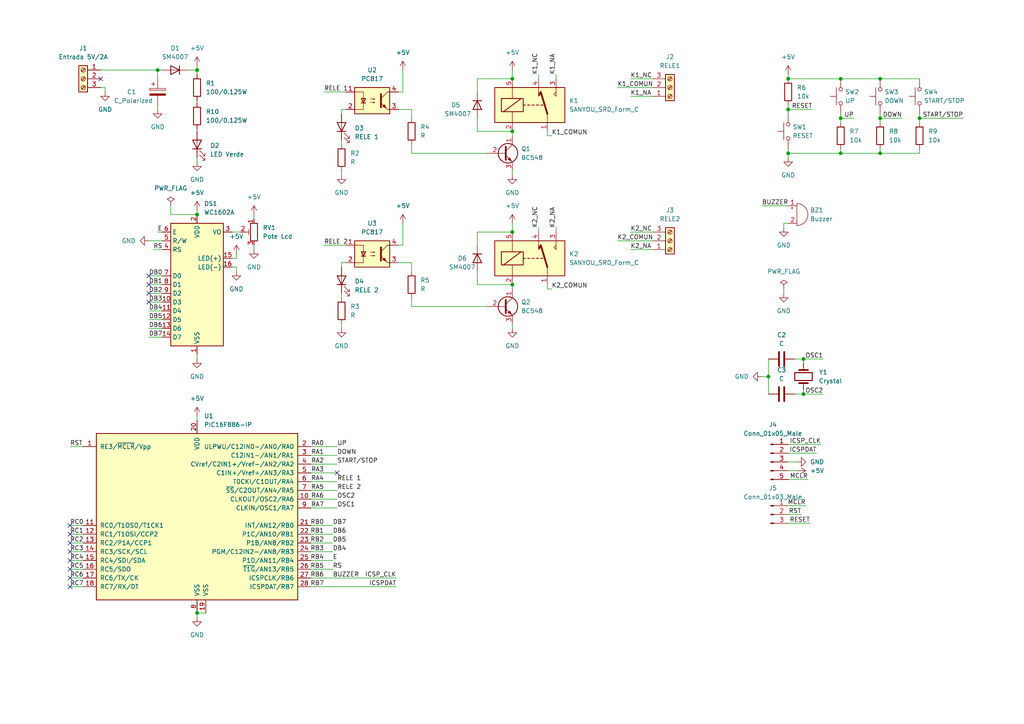
<source format=kicad_sch>
(kicad_sch (version 20211123) (generator eeschema)
  (paper "A4")
  (lib_symbols
    (symbol "Connector:Conn_01x03_Male" (pin_names (offset 1.016) hide)
      (property "Reference" "J" (at 0 5.08 0))
      (property "Value" "Conn_01x03_Male" (at 0 -5.08 0))
      (symbol "Conn_01x03_Male_1_1"
        (polyline (pts (xy 1.27 -2.54) (xy 0.8636 -2.54)) (stroke (width 0.1524)))
        (polyline (pts (xy 1.27 0) (xy 0.8636 0)) (stroke (width 0.1524)))
        (polyline (pts (xy 1.27 2.54) (xy 0.8636 2.54)) (stroke (width 0.1524)))
        (rectangle (start 0.8636 -2.413) (end 0 -2.667) (stroke (width 0.1524)) (fill (type outline)))
        (rectangle (start 0.8636 0.127) (end 0 -0.127) (stroke (width 0.1524)) (fill (type outline)))
        (rectangle (start 0.8636 2.667) (end 0 2.413) (stroke (width 0.1524)) (fill (type outline)))
        (pin passive line (at 5.08 2.54 180) (length 3.81) (name "Pin_1") (number "1"))
        (pin passive line (at 5.08 0 180) (length 3.81) (name "Pin_2") (number "2"))
        (pin passive line (at 5.08 -2.54 180) (length 3.81) (name "Pin_3") (number "3"))
      )
    )
    (symbol "Connector:Conn_01x05_Male" (pin_names (offset 1.016) hide)
      (property "Reference" "J" (at 0 7.62 0))
      (property "Value" "Conn_01x05_Male" (at 0 -7.62 0))
      (symbol "Conn_01x05_Male_1_1"
        (polyline (pts (xy 1.27 -5.08) (xy 0.8636 -5.08)) (stroke (width 0.1524)))
        (polyline (pts (xy 1.27 -2.54) (xy 0.8636 -2.54)) (stroke (width 0.1524)))
        (polyline (pts (xy 1.27 0) (xy 0.8636 0)) (stroke (width 0.1524)))
        (polyline (pts (xy 1.27 2.54) (xy 0.8636 2.54)) (stroke (width 0.1524)))
        (polyline (pts (xy 1.27 5.08) (xy 0.8636 5.08)) (stroke (width 0.1524)))
        (rectangle (start 0.8636 -4.953) (end 0 -5.207) (stroke (width 0.1524)) (fill (type outline)))
        (rectangle (start 0.8636 -2.413) (end 0 -2.667) (stroke (width 0.1524)) (fill (type outline)))
        (rectangle (start 0.8636 0.127) (end 0 -0.127) (stroke (width 0.1524)) (fill (type outline)))
        (rectangle (start 0.8636 2.667) (end 0 2.413) (stroke (width 0.1524)) (fill (type outline)))
        (rectangle (start 0.8636 5.207) (end 0 4.953) (stroke (width 0.1524)) (fill (type outline)))
        (pin passive line (at 5.08 5.08 180) (length 3.81) (name "Pin_1") (number "1"))
        (pin passive line (at 5.08 2.54 180) (length 3.81) (name "Pin_2") (number "2"))
        (pin passive line (at 5.08 0 180) (length 3.81) (name "Pin_3") (number "3"))
        (pin passive line (at 5.08 -2.54 180) (length 3.81) (name "Pin_4") (number "4"))
        (pin passive line (at 5.08 -5.08 180) (length 3.81) (name "Pin_5") (number "5"))
      )
    )
    (symbol "Connector:Screw_Terminal_01x03" (pin_names (offset 1.016) hide)
      (property "Reference" "J" (at 0 5.08 0))
      (property "Value" "Screw_Terminal_01x03" (at 0 -5.08 0))
      (symbol "Screw_Terminal_01x03_1_1"
        (rectangle (start -1.27 3.81) (end 1.27 -3.81) (stroke (width 0.254)) (fill (type background)))
        (circle (center 0 -2.54) (radius 0.635) (stroke (width 0.1524)))
        (polyline (pts (xy -0.5334 -2.2098) (xy 0.3302 -3.048)) (stroke (width 0.1524)))
        (polyline (pts (xy -0.5334 0.3302) (xy 0.3302 -0.508)) (stroke (width 0.1524)))
        (polyline (pts (xy -0.5334 2.8702) (xy 0.3302 2.032)) (stroke (width 0.1524)))
        (polyline (pts (xy -0.3556 -2.032) (xy 0.508 -2.8702)) (stroke (width 0.1524)))
        (polyline (pts (xy -0.3556 0.508) (xy 0.508 -0.3302)) (stroke (width 0.1524)))
        (polyline (pts (xy -0.3556 3.048) (xy 0.508 2.2098)) (stroke (width 0.1524)))
        (circle (center 0 0) (radius 0.635) (stroke (width 0.1524)))
        (circle (center 0 2.54) (radius 0.635) (stroke (width 0.1524)))
        (pin passive line (at -5.08 2.54 0) (length 3.81) (name "Pin_1") (number "1"))
        (pin passive line (at -5.08 0 0) (length 3.81) (name "Pin_2") (number "2"))
        (pin passive line (at -5.08 -2.54 0) (length 3.81) (name "Pin_3") (number "3"))
      )
    )
    (symbol "Device:Buzzer" (pin_names (offset 0.0254) hide)
      (property "Reference" "BZ" (at 3.81 1.27 0))
      (property "Value" "Buzzer" (at 3.81 -1.27 0))
      (symbol "Buzzer_0_1"
        (arc (start 0 -3.175) (mid 3.175 0) (end 0 3.175))
        (polyline (pts (xy -1.651 1.905) (xy -1.143 1.905)))
        (polyline (pts (xy -1.397 2.159) (xy -1.397 1.651)))
        (polyline (pts (xy 0 3.175) (xy 0 -3.175)))
      )
      (symbol "Buzzer_1_1"
        (pin passive line (at -2.54 2.54 0) (length 2.54) (name "-") (number "1"))
        (pin passive line (at -2.54 -2.54 0) (length 2.54) (name "+") (number "2"))
      )
    )
    (symbol "Device:C" (pin_numbers hide) (pin_names (offset 0.254))
      (property "Reference" "C" (at 0.635 2.54 0))
      (property "Value" "C" (at 0.635 -2.54 0))
      (symbol "C_0_1"
        (polyline (pts (xy -2.032 -0.762) (xy 2.032 -0.762)) (stroke (width 0.508)))
        (polyline (pts (xy -2.032 0.762) (xy 2.032 0.762)) (stroke (width 0.508)))
      )
      (symbol "C_1_1"
        (pin passive line (at 0 3.81 270) (length 2.794) (name "~") (number "1"))
        (pin passive line (at 0 -3.81 90) (length 2.794) (name "~") (number "2"))
      )
    )
    (symbol "Device:C_Polarized" (pin_numbers hide) (pin_names (offset 0.254))
      (property "Reference" "C" (at 0.635 2.54 0))
      (property "Value" "C_Polarized" (at 0.635 -2.54 0))
      (symbol "C_Polarized_0_1"
        (rectangle (start -2.286 0.508) (end 2.286 1.016))
        (polyline (pts (xy -1.778 2.286) (xy -0.762 2.286)))
        (polyline (pts (xy -1.27 2.794) (xy -1.27 1.778)))
        (rectangle (start 2.286 -0.508) (end -2.286 -1.016) (fill (type outline)))
      )
      (symbol "C_Polarized_1_1"
        (pin passive line (at 0 3.81 270) (length 2.794) (name "~") (number "1"))
        (pin passive line (at 0 -3.81 90) (length 2.794) (name "~") (number "2"))
      )
    )
    (symbol "Device:Crystal" (pin_numbers hide) (pin_names (offset 1.016) hide)
      (property "Reference" "Y" (at 0 3.81 0))
      (property "Value" "Crystal" (at 0 -3.81 0))
      (symbol "Crystal_0_1"
        (rectangle (start -1.143 2.54) (end 1.143 -2.54) (stroke (width 0.3048)))
        (polyline (pts (xy -2.54 0) (xy -1.905 0)))
        (polyline (pts (xy -1.905 -1.27) (xy -1.905 1.27)) (stroke (width 0.508)))
        (polyline (pts (xy 1.905 -1.27) (xy 1.905 1.27)) (stroke (width 0.508)))
        (polyline (pts (xy 2.54 0) (xy 1.905 0)))
      )
      (symbol "Crystal_1_1"
        (pin passive line (at -3.81 0 0) (length 1.27) (name "1") (number "1"))
        (pin passive line (at 3.81 0 180) (length 1.27) (name "2") (number "2"))
      )
    )
    (symbol "Device:LED" (pin_numbers hide) (pin_names (offset 1.016) hide)
      (property "Reference" "D" (at 0 2.54 0))
      (property "Value" "LED" (at 0 -2.54 0))
      (symbol "LED_0_1"
        (polyline (pts (xy -1.27 -1.27) (xy -1.27 1.27)) (stroke (width 0.254)))
        (polyline (pts (xy -1.27 0) (xy 1.27 0)))
        (polyline (pts (xy 1.27 -1.27) (xy 1.27 1.27) (xy -1.27 0) (xy 1.27 -1.27)) (stroke (width 0.254)))
        (polyline (pts (xy -3.048 -0.762) (xy -4.572 -2.286) (xy -3.81 -2.286) (xy -4.572 -2.286) (xy -4.572 -1.524)))
        (polyline (pts (xy -1.778 -0.762) (xy -3.302 -2.286) (xy -2.54 -2.286) (xy -3.302 -2.286) (xy -3.302 -1.524)))
      )
      (symbol "LED_1_1"
        (pin passive line (at -3.81 0 0) (length 2.54) (name "K") (number "1"))
        (pin passive line (at 3.81 0 180) (length 2.54) (name "A") (number "2"))
      )
    )
    (symbol "Device:R" (pin_numbers hide) (pin_names (offset 0))
      (property "Reference" "R" (at 2.032 0 90))
      (property "Value" "R" (at 0 0 90))
      (symbol "R_0_1"
        (rectangle (start -1.016 -2.54) (end 1.016 2.54) (stroke (width 0.254)))
      )
      (symbol "R_1_1"
        (pin passive line (at 0 3.81 270) (length 1.27) (name "~") (number "1"))
        (pin passive line (at 0 -3.81 90) (length 1.27) (name "~") (number "2"))
      )
    )
    (symbol "Device:R_Potentiometer_Trim" (pin_names (offset 1.016) hide)
      (property "Reference" "RV" (at -4.445 0 90))
      (property "Value" "R_Potentiometer_Trim" (at -2.54 0 90))
      (symbol "R_Potentiometer_Trim_0_1"
        (polyline (pts (xy 1.524 0.762) (xy 1.524 -0.762)))
        (polyline (pts (xy 2.54 0) (xy 1.524 0)))
        (rectangle (start 1.016 2.54) (end -1.016 -2.54) (stroke (width 0.254)))
      )
      (symbol "R_Potentiometer_Trim_1_1"
        (pin passive line (at 0 3.81 270) (length 1.27) (name "1") (number "1"))
        (pin passive line (at 3.81 0 180) (length 1.27) (name "2") (number "2"))
        (pin passive line (at 0 -3.81 90) (length 1.27) (name "3") (number "3"))
      )
    )
    (symbol "Diode:SM4007" (pin_numbers hide) (pin_names (offset 1.016) hide)
      (property "Reference" "D" (at 0 2.54 0))
      (property "Value" "SM4007" (at 0 -2.54 0))
      (symbol "SM4007_0_1"
        (polyline (pts (xy -1.27 1.27) (xy -1.27 -1.27)) (stroke (width 0.254)))
        (polyline (pts (xy 1.27 0) (xy -1.27 0)))
        (polyline (pts (xy 1.27 1.27) (xy 1.27 -1.27) (xy -1.27 0) (xy 1.27 1.27)) (stroke (width 0.254)))
      )
      (symbol "SM4007_1_1"
        (pin passive line (at -3.81 0 0) (length 2.54) (name "K") (number "1"))
        (pin passive line (at 3.81 0 180) (length 2.54) (name "A") (number "2"))
      )
    )
    (symbol "Display_Character:WC1602A"
      (property "Reference" "DS" (at -5.842 19.05 0))
      (property "Value" "WC1602A" (at 5.334 19.05 0))
      (symbol "WC1602A_1_1"
        (rectangle (start -7.62 17.78) (end 7.62 -17.78) (stroke (width 0.254)) (fill (type background)))
        (pin power_in line (at 0 -20.32 90) (length 2.54) (name "VSS") (number "1"))
        (pin input line (at -10.16 -5.08 0) (length 2.54) (name "D3") (number "10"))
        (pin input line (at -10.16 -7.62 0) (length 2.54) (name "D4") (number "11"))
        (pin input line (at -10.16 -10.16 0) (length 2.54) (name "D5") (number "12"))
        (pin input line (at -10.16 -12.7 0) (length 2.54) (name "D6") (number "13"))
        (pin input line (at -10.16 -15.24 0) (length 2.54) (name "D7") (number "14"))
        (pin power_in line (at 10.16 7.62 180) (length 2.54) (name "LED(+)") (number "15"))
        (pin power_in line (at 10.16 5.08 180) (length 2.54) (name "LED(-)") (number "16"))
        (pin power_in line (at 0 20.32 270) (length 2.54) (name "VDD") (number "2"))
        (pin input line (at 10.16 15.24 180) (length 2.54) (name "VO") (number "3"))
        (pin input line (at -10.16 10.16 0) (length 2.54) (name "RS") (number "4"))
        (pin input line (at -10.16 12.7 0) (length 2.54) (name "R/W") (number "5"))
        (pin input line (at -10.16 15.24 0) (length 2.54) (name "E") (number "6"))
        (pin input line (at -10.16 2.54 0) (length 2.54) (name "D0") (number "7"))
        (pin input line (at -10.16 0 0) (length 2.54) (name "D1") (number "8"))
        (pin input line (at -10.16 -2.54 0) (length 2.54) (name "D2") (number "9"))
      )
    )
    (symbol "Isolator:PC817" (pin_names (offset 1.016))
      (property "Reference" "U" (at -5.08 5.08 0))
      (property "Value" "PC817" (at 0 5.08 0))
      (symbol "PC817_0_1"
        (rectangle (start -5.08 3.81) (end 5.08 -3.81) (stroke (width 0.254)) (fill (type background)))
        (polyline (pts (xy -3.175 -0.635) (xy -1.905 -0.635)) (stroke (width 0.254)))
        (polyline (pts (xy 2.54 0.635) (xy 4.445 2.54)))
        (polyline (pts (xy 4.445 -2.54) (xy 2.54 -0.635)) (fill (type outline)))
        (polyline (pts (xy 4.445 -2.54) (xy 5.08 -2.54)))
        (polyline (pts (xy 4.445 2.54) (xy 5.08 2.54)))
        (polyline (pts (xy -5.08 2.54) (xy -2.54 2.54) (xy -2.54 -0.635)))
        (polyline (pts (xy -2.54 -0.635) (xy -2.54 -2.54) (xy -5.08 -2.54)))
        (polyline (pts (xy 2.54 1.905) (xy 2.54 -1.905) (xy 2.54 -1.905)) (stroke (width 0.508)))
        (polyline (pts (xy -2.54 -0.635) (xy -3.175 0.635) (xy -1.905 0.635) (xy -2.54 -0.635)) (stroke (width 0.254)))
        (polyline (pts (xy -0.508 -0.508) (xy 0.762 -0.508) (xy 0.381 -0.635) (xy 0.381 -0.381) (xy 0.762 -0.508)))
        (polyline (pts (xy -0.508 0.508) (xy 0.762 0.508) (xy 0.381 0.381) (xy 0.381 0.635) (xy 0.762 0.508)))
        (polyline (pts (xy 3.048 -1.651) (xy 3.556 -1.143) (xy 4.064 -2.159) (xy 3.048 -1.651) (xy 3.048 -1.651)) (fill (type outline)))
      )
      (symbol "PC817_1_1"
        (pin passive line (at -7.62 2.54 0) (length 2.54) (name "~") (number "1"))
        (pin passive line (at -7.62 -2.54 0) (length 2.54) (name "~") (number "2"))
        (pin passive line (at 7.62 -2.54 180) (length 2.54) (name "~") (number "3"))
        (pin passive line (at 7.62 2.54 180) (length 2.54) (name "~") (number "4"))
      )
    )
    (symbol "MCU_Microchip_PIC16:PIC16F886-IP" (pin_names (offset 1.016))
      (property "Reference" "U" (at 13.97 27.94 0))
      (property "Value" "PIC16F886-IP" (at 13.97 25.4 0))
      (symbol "PIC16F886-IP_0_1"
        (rectangle (start -29.21 24.13) (end 29.21 -24.13) (stroke (width 0.254)) (fill (type background)))
      )
      (symbol "PIC16F886-IP_1_1"
        (pin bidirectional line (at -33.02 20.32 0) (length 3.81) (name "RE3/~{MCLR}/Vpp") (number "1"))
        (pin bidirectional line (at 33.02 5.08 180) (length 3.81) (name "CLKOUT/OSC2/RA6") (number "10"))
        (pin bidirectional line (at -33.02 -2.54 0) (length 3.81) (name "RC0/T1OSO/T1CK1") (number "11"))
        (pin bidirectional line (at -33.02 -5.08 0) (length 3.81) (name "RC1/T1OSI/CCP2") (number "12"))
        (pin bidirectional line (at -33.02 -7.62 0) (length 3.81) (name "RC2/P1A/CCP1") (number "13"))
        (pin bidirectional line (at -33.02 -10.16 0) (length 3.81) (name "RC3/SCK/SCL") (number "14"))
        (pin bidirectional line (at -33.02 -12.7 0) (length 3.81) (name "RC4/SDI/SDA") (number "15"))
        (pin bidirectional line (at -33.02 -15.24 0) (length 3.81) (name "RC5/SDO") (number "16"))
        (pin bidirectional line (at -33.02 -17.78 0) (length 3.81) (name "RC6/TX/CK") (number "17"))
        (pin bidirectional line (at -33.02 -20.32 0) (length 3.81) (name "RC7/RX/DT") (number "18"))
        (pin power_in line (at 2.54 -27.94 90) (length 3.81) (name "VSS") (number "19"))
        (pin bidirectional line (at 33.02 20.32 180) (length 3.81) (name "ULPWU/C12IN0-/AN0/RA0") (number "2"))
        (pin power_in line (at 0 27.94 270) (length 3.81) (name "VDD") (number "20"))
        (pin bidirectional line (at 33.02 -2.54 180) (length 3.81) (name "INT/AN12/RB0") (number "21"))
        (pin bidirectional line (at 33.02 -5.08 180) (length 3.81) (name "P1C/AN10/RB1") (number "22"))
        (pin bidirectional line (at 33.02 -7.62 180) (length 3.81) (name "P1B/AN8/RB2") (number "23"))
        (pin bidirectional line (at 33.02 -10.16 180) (length 3.81) (name "PGM/C12IN2-/AN8/RB3") (number "24"))
        (pin bidirectional line (at 33.02 -12.7 180) (length 3.81) (name "P1D/AN11/RB4") (number "25"))
        (pin bidirectional line (at 33.02 -15.24 180) (length 3.81) (name "~{T1G}/AN13/RB5") (number "26"))
        (pin bidirectional line (at 33.02 -17.78 180) (length 3.81) (name "ICSPCLK/RB6") (number "27"))
        (pin bidirectional line (at 33.02 -20.32 180) (length 3.81) (name "ICSPDAT/RB7") (number "28"))
        (pin bidirectional line (at 33.02 17.78 180) (length 3.81) (name "C12IN1-/AN1/RA1") (number "3"))
        (pin bidirectional line (at 33.02 15.24 180) (length 3.81) (name "CVref/C2IN1+/Vref-/AN2/RA2") (number "4"))
        (pin bidirectional line (at 33.02 12.7 180) (length 3.81) (name "C1IN+/Vref+/AN3/RA3") (number "5"))
        (pin bidirectional line (at 33.02 10.16 180) (length 3.81) (name "T0CKI/C1OUT/RA4") (number "6"))
        (pin bidirectional line (at 33.02 7.62 180) (length 3.81) (name "~{SS}/C2OUT/AN4/RA5") (number "7"))
        (pin power_in line (at 0 -27.94 90) (length 3.81) (name "VSS") (number "8"))
        (pin input line (at 33.02 2.54 180) (length 3.81) (name "CLKIN/OSC1/RA7") (number "9"))
      )
    )
    (symbol "Relay:SANYOU_SRD_Form_C"
      (property "Reference" "K" (at 11.43 3.81 0))
      (property "Value" "SANYOU_SRD_Form_C" (at 11.43 1.27 0))
      (symbol "SANYOU_SRD_Form_C_0_0"
        (polyline (pts (xy 7.62 5.08) (xy 7.62 2.54) (xy 6.985 3.175) (xy 7.62 3.81)))
      )
      (symbol "SANYOU_SRD_Form_C_0_1"
        (rectangle (start -10.16 5.08) (end 10.16 -5.08) (stroke (width 0.254)) (fill (type background)))
        (rectangle (start -8.255 1.905) (end -1.905 -1.905) (stroke (width 0.254)))
        (polyline (pts (xy -7.62 -1.905) (xy -2.54 1.905)) (stroke (width 0.254)))
        (polyline (pts (xy -5.08 -5.08) (xy -5.08 -1.905)))
        (polyline (pts (xy -5.08 5.08) (xy -5.08 1.905)))
        (polyline (pts (xy -1.905 0) (xy -1.27 0)) (stroke (width 0.254)))
        (polyline (pts (xy -0.635 0) (xy 0 0)) (stroke (width 0.254)))
        (polyline (pts (xy 0.635 0) (xy 1.27 0)) (stroke (width 0.254)))
        (polyline (pts (xy 1.905 0) (xy 2.54 0)) (stroke (width 0.254)))
        (polyline (pts (xy 3.175 0) (xy 3.81 0)) (stroke (width 0.254)))
        (polyline (pts (xy 5.08 -2.54) (xy 3.175 3.81)) (stroke (width 0.508)))
        (polyline (pts (xy 5.08 -2.54) (xy 5.08 -5.08)))
      )
      (symbol "SANYOU_SRD_Form_C_1_1"
        (polyline (pts (xy 2.54 3.81) (xy 3.175 3.175) (xy 2.54 2.54) (xy 2.54 5.08)) (fill (type outline)))
        (pin passive line (at 5.08 -7.62 90) (length 2.54) (name "~") (number "1"))
        (pin passive line (at -5.08 -7.62 90) (length 2.54) (name "~") (number "2"))
        (pin passive line (at 7.62 7.62 270) (length 2.54) (name "~") (number "3"))
        (pin passive line (at 2.54 7.62 270) (length 2.54) (name "~") (number "4"))
        (pin passive line (at -5.08 7.62 270) (length 2.54) (name "~") (number "5"))
      )
    )
    (symbol "Switch:SW_Push" (pin_numbers hide) (pin_names (offset 1.016) hide)
      (property "Reference" "SW" (at 1.27 2.54 0))
      (property "Value" "SW_Push" (at 0 -1.524 0))
      (symbol "SW_Push_0_1"
        (circle (center -2.032 0) (radius 0.508))
        (polyline (pts (xy 0 1.27) (xy 0 3.048)))
        (polyline (pts (xy 2.54 1.27) (xy -2.54 1.27)))
        (circle (center 2.032 0) (radius 0.508))
        (pin passive line (at -5.08 0 0) (length 2.54) (name "1") (number "1"))
        (pin passive line (at 5.08 0 180) (length 2.54) (name "2") (number "2"))
      )
    )
    (symbol "Transistor_BJT:BC548" (pin_names (offset 0) hide)
      (property "Reference" "Q" (at 5.08 1.905 0))
      (property "Value" "BC548" (at 5.08 0 0))
      (symbol "BC548_0_1"
        (polyline (pts (xy 0 0) (xy 0.635 0)))
        (polyline (pts (xy 0.635 0.635) (xy 2.54 2.54)))
        (polyline (pts (xy 0.635 -0.635) (xy 2.54 -2.54) (xy 2.54 -2.54)))
        (polyline (pts (xy 0.635 1.905) (xy 0.635 -1.905) (xy 0.635 -1.905)) (stroke (width 0.508)))
        (polyline (pts (xy 1.27 -1.778) (xy 1.778 -1.27) (xy 2.286 -2.286) (xy 1.27 -1.778) (xy 1.27 -1.778)) (fill (type outline)))
        (circle (center 1.27 0) (radius 2.8194) (stroke (width 0.254)))
      )
      (symbol "BC548_1_1"
        (pin passive line (at 2.54 5.08 270) (length 2.54) (name "C") (number "1"))
        (pin input line (at -5.08 0 0) (length 5.08) (name "B") (number "2"))
        (pin passive line (at 2.54 -5.08 90) (length 2.54) (name "E") (number "3"))
      )
    )
    (symbol "power:+5V" (power) (pin_names (offset 0))
      (property "Value" "+5V" (at 0 3.556 0))
      (symbol "+5V_0_1"
        (polyline (pts (xy -0.762 1.27) (xy 0 2.54)))
        (polyline (pts (xy 0 0) (xy 0 2.54)))
        (polyline (pts (xy 0 2.54) (xy 0.762 1.27)))
      )
      (symbol "+5V_1_1"
        (pin power_in line (at 0 0 90) (length 0) hide (name "+5V") (number "1"))
      )
    )
    (symbol "power:GND" (power) (pin_names (offset 0))
      (property "Value" "GND" (at 0 -3.81 0))
      (symbol "GND_0_1"
        (polyline (pts (xy 0 0) (xy 0 -1.27) (xy 1.27 -1.27) (xy 0 -2.54) (xy -1.27 -1.27) (xy 0 -1.27)))
      )
      (symbol "GND_1_1"
        (pin power_in line (at 0 0 270) (length 0) hide (name "GND") (number "1"))
      )
    )
    (symbol "power:PWR_FLAG" (power) (pin_numbers hide) (pin_names (offset 0) hide)
      (property "Value" "PWR_FLAG" (at 0 3.81 0))
      (symbol "PWR_FLAG_0_0"
        (pin power_out line (at 0 0 90) (length 0) (name "pwr") (number "1"))
      )
      (symbol "PWR_FLAG_0_1"
        (polyline (pts (xy 0 0) (xy 0 1.27) (xy -1.016 1.905) (xy 0 2.54) (xy 1.016 1.905) (xy 0 1.27)))
      )
    )
  )
  (junction (at 243.84 34.29))
  (junction (at 228.6 44.45))
  (junction (at 148.59 38.1))
  (junction (at 243.84 22.86))
  (junction (at 148.59 82.55))
  (junction (at 45.72 20.32))
  (junction (at 255.27 34.29))
  (junction (at 222.885 109.22))
  (junction (at 255.27 22.86))
  (junction (at 57.15 62.23))
  (junction (at 148.59 22.86))
  (junction (at 57.15 177.8))
  (junction (at 228.6 31.75))
  (junction (at 233.045 104.14))
  (junction (at 255.27 44.45))
  (junction (at 148.59 67.31))
  (junction (at 266.7 34.29))
  (junction (at 57.15 20.32))
  (junction (at 243.84 44.45))
  (junction (at 228.6 22.86))
  (junction (at 233.045 114.3))
  (no_connect (at 43.18 80.01))
  (no_connect (at 43.18 82.55))
  (no_connect (at 43.18 85.09))
  (no_connect (at 43.18 87.63))
  (no_connect (at 97.79 137.16))
  (no_connect (at 20.32 162.56))
  (no_connect (at 20.32 165.1))
  (no_connect (at 20.32 167.64))
  (no_connect (at 20.32 170.18))
  (no_connect (at 20.32 157.48))
  (no_connect (at 20.32 160.02))
  (no_connect (at 20.32 152.4))
  (no_connect (at 20.32 154.94))
  (no_connect (at 29.21 22.86))
  (wire (pts (xy 45.72 20.32) (xy 45.72 22.86)))
  (wire (pts (xy 43.18 80.01) (xy 46.99 80.01)))
  (wire (pts (xy 49.53 62.23) (xy 57.15 62.23)))
  (wire (pts (xy 138.43 34.29) (xy 138.43 38.1)))
  (wire (pts (xy 99.06 33.02) (xy 99.06 31.75)))
  (wire (pts (xy 20.32 165.1) (xy 24.13 165.1)))
  (wire (pts (xy 73.66 71.12) (xy 73.66 72.39)))
  (wire (pts (xy 90.17 132.08) (xy 97.79 132.08)))
  (wire (pts (xy 90.17 157.48) (xy 96.52 157.48)))
  (wire (pts (xy 116.84 26.67) (xy 115.57 26.67)))
  (wire (pts (xy 182.88 27.94) (xy 189.23 27.94)))
  (wire (pts (xy 57.15 20.32) (xy 54.61 20.32)))
  (wire (pts (xy 49.53 59.69) (xy 49.53 62.23)))
  (wire (pts (xy 90.17 162.56) (xy 96.52 162.56)))
  (wire (pts (xy 233.045 104.14) (xy 233.045 105.41)))
  (wire (pts (xy 20.32 152.4) (xy 24.13 152.4)))
  (wire (pts (xy 228.6 44.45) (xy 228.6 45.72)))
  (wire (pts (xy 161.29 66.04) (xy 161.29 67.31)))
  (wire (pts (xy 161.29 21.59) (xy 161.29 22.86)))
  (wire (pts (xy 156.21 21.59) (xy 156.21 22.86)))
  (wire (pts (xy 243.84 44.45) (xy 255.27 44.45)))
  (wire (pts (xy 148.59 20.32) (xy 148.59 22.86)))
  (wire (pts (xy 233.045 114.3) (xy 233.045 113.03)))
  (wire (pts (xy 43.18 69.85) (xy 46.99 69.85)))
  (wire (pts (xy 57.15 19.05) (xy 57.15 20.32)))
  (wire (pts (xy 233.045 114.3) (xy 238.76 114.3)))
  (wire (pts (xy 43.18 90.17) (xy 46.99 90.17)))
  (wire (pts (xy 138.43 71.12) (xy 138.43 67.31)))
  (wire (pts (xy 228.6 30.48) (xy 228.6 31.75)))
  (wire (pts (xy 30.48 25.4) (xy 29.21 25.4)))
  (wire (pts (xy 148.59 49.53) (xy 148.59 50.8)))
  (wire (pts (xy 179.07 25.4) (xy 189.23 25.4)))
  (wire (pts (xy 43.18 95.25) (xy 46.99 95.25)))
  (wire (pts (xy 45.72 67.31) (xy 46.99 67.31)))
  (wire (pts (xy 138.43 22.86) (xy 148.59 22.86)))
  (wire (pts (xy 266.7 34.29) (xy 266.7 35.56)))
  (wire (pts (xy 44.45 72.39) (xy 46.99 72.39)))
  (wire (pts (xy 90.17 137.16) (xy 97.79 137.16)))
  (wire (pts (xy 57.15 45.72) (xy 57.15 46.99)))
  (wire (pts (xy 220.98 59.69) (xy 228.6 59.69)))
  (wire (pts (xy 119.38 76.2) (xy 119.38 78.74)))
  (wire (pts (xy 228.6 131.445) (xy 236.855 131.445)))
  (wire (pts (xy 228.6 21.59) (xy 228.6 22.86)))
  (wire (pts (xy 99.06 49.53) (xy 99.06 50.8)))
  (wire (pts (xy 93.98 71.12) (xy 100.33 71.12)))
  (wire (pts (xy 255.27 34.29) (xy 261.62 34.29)))
  (wire (pts (xy 138.43 82.55) (xy 148.59 82.55)))
  (wire (pts (xy 230.505 104.14) (xy 233.045 104.14)))
  (wire (pts (xy 115.57 76.2) (xy 119.38 76.2)))
  (wire (pts (xy 228.6 149.225) (xy 232.41 149.225)))
  (wire (pts (xy 228.6 146.685) (xy 233.68 146.685)))
  (wire (pts (xy 43.18 85.09) (xy 46.99 85.09)))
  (wire (pts (xy 119.38 31.75) (xy 119.38 34.29)))
  (wire (pts (xy 99.06 77.47) (xy 99.06 76.2)))
  (wire (pts (xy 67.31 67.31) (xy 69.85 67.31)))
  (wire (pts (xy 20.32 162.56) (xy 24.13 162.56)))
  (wire (pts (xy 255.27 33.02) (xy 255.27 34.29)))
  (wire (pts (xy 148.59 82.55) (xy 148.59 83.82)))
  (wire (pts (xy 160.02 39.37) (xy 158.75 39.37)))
  (wire (pts (xy 228.6 43.18) (xy 228.6 44.45)))
  (wire (pts (xy 182.88 72.39) (xy 189.23 72.39)))
  (wire (pts (xy 116.84 20.32) (xy 116.84 26.67)))
  (wire (pts (xy 99.06 76.2) (xy 100.33 76.2)))
  (wire (pts (xy 99.06 85.09) (xy 99.06 86.36)))
  (wire (pts (xy 57.15 29.21) (xy 57.15 29.845)))
  (wire (pts (xy 156.21 66.04) (xy 156.21 67.31)))
  (wire (pts (xy 138.43 38.1) (xy 148.59 38.1)))
  (wire (pts (xy 57.15 21.59) (xy 57.15 20.32)))
  (wire (pts (xy 90.17 170.18) (xy 114.935 170.18)))
  (wire (pts (xy 255.27 43.18) (xy 255.27 44.45)))
  (wire (pts (xy 227.33 64.77) (xy 228.6 64.77)))
  (wire (pts (xy 148.59 93.98) (xy 148.59 95.25)))
  (wire (pts (xy 266.7 34.29) (xy 279.4 34.29)))
  (wire (pts (xy 158.75 83.82) (xy 158.75 82.55)))
  (wire (pts (xy 266.7 33.02) (xy 266.7 34.29)))
  (wire (pts (xy 119.38 86.36) (xy 119.38 88.9)))
  (wire (pts (xy 243.84 34.29) (xy 247.65 34.29)))
  (wire (pts (xy 228.6 128.905) (xy 238.125 128.905)))
  (wire (pts (xy 90.17 160.02) (xy 96.52 160.02)))
  (wire (pts (xy 115.57 31.75) (xy 119.38 31.75)))
  (wire (pts (xy 227.33 66.04) (xy 227.33 64.77)))
  (wire (pts (xy 20.32 154.94) (xy 24.13 154.94)))
  (wire (pts (xy 228.6 31.75) (xy 228.6 33.02)))
  (wire (pts (xy 222.885 109.22) (xy 222.885 114.3)))
  (wire (pts (xy 57.15 37.465) (xy 57.15 38.1)))
  (wire (pts (xy 90.17 154.94) (xy 96.52 154.94)))
  (wire (pts (xy 243.84 44.45) (xy 228.6 44.45)))
  (wire (pts (xy 222.885 104.14) (xy 222.885 109.22)))
  (wire (pts (xy 243.84 22.86) (xy 255.27 22.86)))
  (wire (pts (xy 255.27 44.45) (xy 266.7 44.45)))
  (wire (pts (xy 90.17 144.78) (xy 97.79 144.78)))
  (wire (pts (xy 233.045 104.14) (xy 238.76 104.14)))
  (wire (pts (xy 43.18 97.79) (xy 46.99 97.79)))
  (wire (pts (xy 228.6 151.765) (xy 234.95 151.765)))
  (wire (pts (xy 57.15 177.8) (xy 59.69 177.8)))
  (wire (pts (xy 230.505 114.3) (xy 233.045 114.3)))
  (wire (pts (xy 138.43 67.31) (xy 148.59 67.31)))
  (wire (pts (xy 20.32 157.48) (xy 24.13 157.48)))
  (wire (pts (xy 57.15 120.65) (xy 57.15 121.92)))
  (wire (pts (xy 20.32 170.18) (xy 24.13 170.18)))
  (wire (pts (xy 43.18 92.71) (xy 46.99 92.71)))
  (wire (pts (xy 227.33 83.82) (xy 227.33 85.09)))
  (wire (pts (xy 243.84 34.29) (xy 243.84 35.56)))
  (wire (pts (xy 138.43 78.74) (xy 138.43 82.55)))
  (wire (pts (xy 228.6 22.86) (xy 243.84 22.86)))
  (wire (pts (xy 45.72 30.48) (xy 45.72 31.75)))
  (wire (pts (xy 90.17 165.1) (xy 96.52 165.1)))
  (wire (pts (xy 138.43 26.67) (xy 138.43 22.86)))
  (wire (pts (xy 182.88 67.31) (xy 189.23 67.31)))
  (wire (pts (xy 228.6 139.065) (xy 234.315 139.065)))
  (wire (pts (xy 243.84 33.02) (xy 243.84 34.29)))
  (wire (pts (xy 68.58 73.66) (xy 68.58 74.93)))
  (wire (pts (xy 90.17 167.64) (xy 114.935 167.64)))
  (wire (pts (xy 182.88 22.86) (xy 189.23 22.86)))
  (wire (pts (xy 243.84 43.18) (xy 243.84 44.45)))
  (wire (pts (xy 160.02 83.82) (xy 158.75 83.82)))
  (wire (pts (xy 68.58 74.93) (xy 67.31 74.93)))
  (wire (pts (xy 20.32 160.02) (xy 24.13 160.02)))
  (wire (pts (xy 90.17 152.4) (xy 96.52 152.4)))
  (wire (pts (xy 57.15 60.96) (xy 57.15 62.23)))
  (wire (pts (xy 99.06 40.64) (xy 99.06 41.91)))
  (wire (pts (xy 140.97 44.45) (xy 119.38 44.45)))
  (wire (pts (xy 30.48 26.67) (xy 30.48 25.4)))
  (wire (pts (xy 119.38 41.91) (xy 119.38 44.45)))
  (wire (pts (xy 93.98 26.67) (xy 100.33 26.67)))
  (wire (pts (xy 158.75 39.37) (xy 158.75 38.1)))
  (wire (pts (xy 57.15 177.8) (xy 57.15 179.07)))
  (wire (pts (xy 148.59 64.77) (xy 148.59 67.31)))
  (wire (pts (xy 45.72 20.32) (xy 46.99 20.32)))
  (wire (pts (xy 140.97 88.9) (xy 119.38 88.9)))
  (wire (pts (xy 116.84 64.77) (xy 116.84 71.12)))
  (wire (pts (xy 255.27 34.29) (xy 255.27 35.56)))
  (wire (pts (xy 29.21 20.32) (xy 45.72 20.32)))
  (wire (pts (xy 266.7 43.18) (xy 266.7 44.45)))
  (wire (pts (xy 43.18 82.55) (xy 46.99 82.55)))
  (wire (pts (xy 43.18 87.63) (xy 46.99 87.63)))
  (wire (pts (xy 179.07 69.85) (xy 189.23 69.85)))
  (wire (pts (xy 20.32 167.64) (xy 24.13 167.64)))
  (wire (pts (xy 68.58 77.47) (xy 67.31 77.47)))
  (wire (pts (xy 90.17 134.62) (xy 97.79 134.62)))
  (wire (pts (xy 255.27 22.86) (xy 266.7 22.86)))
  (wire (pts (xy 73.66 62.23) (xy 73.66 63.5)))
  (wire (pts (xy 90.17 129.54) (xy 97.79 129.54)))
  (wire (pts (xy 116.84 71.12) (xy 115.57 71.12)))
  (wire (pts (xy 90.17 142.24) (xy 97.79 142.24)))
  (wire (pts (xy 90.17 139.7) (xy 97.79 139.7)))
  (wire (pts (xy 220.98 109.22) (xy 222.885 109.22)))
  (wire (pts (xy 68.58 78.74) (xy 68.58 77.47)))
  (wire (pts (xy 99.06 31.75) (xy 100.33 31.75)))
  (wire (pts (xy 228.6 136.525) (xy 231.14 136.525)))
  (wire (pts (xy 148.59 38.1) (xy 148.59 39.37)))
  (wire (pts (xy 99.06 93.98) (xy 99.06 95.25)))
  (wire (pts (xy 228.6 31.75) (xy 235.585 31.75)))
  (wire (pts (xy 57.15 102.87) (xy 57.15 104.14)))
  (wire (pts (xy 20.32 129.54) (xy 24.13 129.54)))
  (wire (pts (xy 90.17 147.32) (xy 97.79 147.32)))
  (wire (pts (xy 228.6 133.985) (xy 231.14 133.985)))
  (label "START{slash}STOP" (at 279.4 34.29 180))
  (label "BUZZER" (at 220.98 59.69 0))
  (label "RA7" (at 93.98 147.32 180))
  (label "K2_NA" (at 182.88 72.39 0))
  (label "RB5" (at 93.98 165.1 180))
  (label "K2_COMUN" (at 160.02 83.82 0))
  (label "DB7" (at 43.18 97.79 0))
  (label "RC0" (at 20.32 152.4 0))
  (label "RB7" (at 93.98 170.18 180))
  (label "RA1" (at 93.98 132.08 180))
  (label "RB6" (at 93.98 167.64 180))
  (label "K2_NC" (at 182.88 67.31 0))
  (label "ICSP_CLK" (at 238.125 128.905 180))
  (label "K2_NC" (at 156.21 66.04 90))
  (label "DB5" (at 43.18 92.71 0))
  (label "RC7" (at 20.32 170.18 0))
  (label "RB3" (at 93.98 160.02 180))
  (label "K1_COMUN" (at 179.07 25.4 0))
  (label "RC2" (at 20.32 157.48 0))
  (label "OSC2" (at 97.79 144.78 0))
  (label "K1_NC" (at 156.21 21.59 90))
  (label "DOWN" (at 261.62 34.29 180))
  (label "MCLR" (at 234.315 139.065 180))
  (label "RA0" (at 93.98 129.54 180))
  (label "RS" (at 96.52 165.1 0))
  (label "RB1" (at 93.98 154.94 180))
  (label "OSC1" (at 238.76 104.14 180))
  (label "ICSPDAT" (at 114.935 170.18 180))
  (label "RC1" (at 20.32 154.94 0))
  (label "RELE 1" (at 97.79 139.7 0))
  (label "K1_NA" (at 182.88 27.94 0))
  (label "BUZZER" (at 96.52 167.64 0))
  (label "K1_NA" (at 161.29 21.59 90))
  (label "UP" (at 247.65 34.29 180))
  (label "RESET" (at 234.95 151.765 180))
  (label "RB0" (at 93.98 152.4 180))
  (label "DB7" (at 96.52 152.4 0))
  (label "RA3" (at 93.98 137.16 180))
  (label "K2_NA" (at 161.29 66.04 90))
  (label "OSC1" (at 97.79 147.32 0))
  (label "RA6" (at 93.98 144.78 180))
  (label "K1_NC" (at 182.88 22.86 0))
  (label "RST" (at 20.32 129.54 0))
  (label "E" (at 96.52 162.56 0))
  (label "K2_COMUN" (at 179.07 69.85 0))
  (label "RESET" (at 235.585 31.75 180))
  (label "DB6" (at 96.52 154.94 0))
  (label "RELE 1" (at 93.98 26.67 0))
  (label "DB6" (at 43.18 95.25 0))
  (label "RB4" (at 93.98 162.56 180))
  (label "RC6" (at 20.32 167.64 0))
  (label "MCLR" (at 233.68 146.685 180))
  (label "K1_COMUN" (at 160.02 39.37 0))
  (label "E" (at 45.72 67.31 0))
  (label "RST" (at 232.41 149.225 180))
  (label "START{slash}STOP" (at 97.79 134.62 0))
  (label "RS" (at 44.45 72.39 0))
  (label "DB3" (at 43.18 87.63 0))
  (label "DOWN" (at 97.79 132.08 0))
  (label "OSC2" (at 238.76 114.3 180))
  (label "DB5" (at 96.52 157.48 0))
  (label "RB2" (at 93.98 157.48 180))
  (label "DB2" (at 43.18 85.09 0))
  (label "RELE 2" (at 93.98 71.12 0))
  (label "ICSPDAT" (at 236.855 131.445 180))
  (label "RC3" (at 20.32 160.02 0))
  (label "DB1" (at 43.18 82.55 0))
  (label "RA2" (at 93.98 134.62 180))
  (label "RC5" (at 20.32 165.1 0))
  (label "RELE 2" (at 97.79 142.24 0))
  (label "UP" (at 97.79 129.54 0))
  (label "DB4" (at 96.52 160.02 0))
  (label "RA4" (at 93.98 139.7 180))
  (label "ICSP_CLK" (at 114.935 167.64 180))
  (label "RC4" (at 20.32 162.56 0))
  (label "DB4" (at 43.18 90.17 0))
  (label "RA5" (at 93.98 142.24 180))
  (label "DB0" (at 43.18 80.01 0))
  (symbol (lib_id "Device:R_Potentiometer_Trim") (at 73.66 67.31 0) (mirror y) (unit 1)
    (property "Reference" "RV1" (at 76.2 66.0399 0) (effects (justify right)))
    (property "Value" "Pote Lcd" (at 76.2 68.5799 0) (effects (justify right)))
    (property "Footprint" "Potentiometer_THT:Potentiometer_Piher_PT-10-H05_Horizontal" (effects hide))
  )
  (symbol (lib_id "Isolator:PC817") (at 107.95 73.66 0) (unit 1)
    (property "Reference" "U3" (at 107.95 64.77 0))
    (property "Value" "PC817" (at 107.95 67.31 0))
    (property "Footprint" "Package_DIP:DIP-4_W7.62mm_LongPads" (effects hide))
    (property "Datasheet" "http://www.soselectronic.cz/a_info/resource/d/pc817.pdf" (effects hide))
  )
  (symbol (lib_id "Diode:SM4007") (at 138.43 74.93 270) (unit 1)
    (property "Reference" "D6" (at 132.715 74.93 90) (effects (justify left)))
    (property "Value" "SM4007" (at 130.175 77.47 90) (effects (justify left)))
    (property "Footprint" "Diode_SMD:D_MELF" (effects hide))
    (property "Datasheet" "http://cdn-reichelt.de/documents/datenblatt/A400/SMD1N400%23DIO.pdf" (effects hide))
  )
  (symbol (lib_id "power:GND") (at 57.15 179.07 0) (unit 1)
    (property "Reference" "#PWR010" (effects hide))
    (property "Value" "GND" (at 57.15 184.15 0))
  )
  (symbol (lib_id "Device:R") (at 266.7 39.37 0) (unit 1)
    (property "Reference" "R9" (at 269.24 38.0999 0) (effects (justify left)))
    (property "Value" "10k" (at 269.24 40.6399 0) (effects (justify left)))
    (property "Footprint" "Resistor_SMD:R_0805_2012Metric" (effects hide))
  )
  (symbol (lib_id "Device:R") (at 243.84 39.37 0) (unit 1)
    (property "Reference" "R7" (at 246.38 38.0999 0) (effects (justify left)))
    (property "Value" "10k" (at 246.38 40.6399 0) (effects (justify left)))
    (property "Footprint" "Resistor_SMD:R_0805_2012Metric" (effects hide))
  )
  (symbol (lib_id "power:GND") (at 227.33 85.09 0) (unit 1)
    (property "Reference" "#PWR0101" (effects hide))
    (property "Value" "GND" (at 227.33 90.17 0))
  )
  (symbol (lib_id "Device:LED") (at 99.06 36.83 90) (unit 1)
    (property "Reference" "D3" (at 102.87 37.1474 90) (effects (justify right)))
    (property "Value" "RELE 1" (at 102.87 39.6874 90) (effects (justify right)))
    (property "Footprint" "LED_THT:LED_D5.0mm" (effects hide))
  )
  (symbol (lib_id "Device:R") (at 57.15 33.655 0) (unit 1)
    (property "Reference" "R10" (at 59.69 32.3849 0) (effects (justify left)))
    (property "Value" "100/0.125W" (at 59.69 34.9249 0) (effects (justify left)))
    (property "Footprint" "Resistor_SMD:R_0805_2012Metric" (effects hide))
  )
  (symbol (lib_id "MCU_Microchip_PIC16:PIC16F886-IP") (at 57.15 149.86 0) (unit 1)
    (property "Reference" "U1" (at 59.1694 120.65 0) (effects (justify left)))
    (property "Value" "PIC16F886-IP" (at 59.1694 123.19 0) (effects (justify left)))
    (property "Footprint" "Package_DIP:DIP-28_W7.62mm_LongPads" (effects hide))
    (property "Datasheet" "http://ww1.microchip.com/downloads/en/DeviceDoc/41291D.pdf" (effects hide))
  )
  (symbol (lib_id "power:GND") (at 57.15 46.99 0) (unit 1)
    (property "Reference" "#PWR06" (effects hide))
    (property "Value" "GND" (at 57.15 52.07 0))
  )
  (symbol (lib_id "Device:LED") (at 57.15 41.91 90) (unit 1)
    (property "Reference" "D2" (at 60.96 42.2274 90) (effects (justify right)))
    (property "Value" "LED Verde" (at 60.96 44.7674 90) (effects (justify right)))
    (property "Footprint" "LED_SMD:LED_0805_2012Metric" (effects hide))
  )
  (symbol (lib_id "Switch:SW_Push") (at 255.27 27.94 90) (unit 1)
    (property "Reference" "SW3" (at 256.54 26.6699 90) (effects (justify right)))
    (property "Value" "DOWN" (at 256.54 29.2099 90) (effects (justify right)))
    (property "Footprint" "Button_Switch_THT:SW_PUSH_6mm" (effects hide))
  )
  (symbol (lib_id "power:+5V") (at 57.15 120.65 0) (unit 1)
    (property "Reference" "#PWR09" (effects hide))
    (property "Value" "+5V" (at 57.15 115.57 0))
  )
  (symbol (lib_id "Connector:Screw_Terminal_01x03") (at 24.13 22.86 0) (mirror y) (unit 1)
    (property "Reference" "J1" (at 24.13 13.97 0))
    (property "Value" "Entrada 5V/2A" (at 24.13 16.51 0))
    (property "Footprint" "Borneras:TerminalBlock_Phoenix_PT-1,5-3-5.0-H_1x03_P5.00mm_Horizontal" (effects hide))
  )
  (symbol (lib_id "power:+5V") (at 231.14 136.525 270) (unit 1)
    (property "Reference" "#PWR0104" (effects hide))
    (property "Value" "+5V" (at 234.95 136.5249 90) (effects (justify left)))
  )
  (symbol (lib_id "Switch:SW_Push") (at 266.7 27.94 90) (unit 1)
    (property "Reference" "SW4" (at 267.97 26.6699 90) (effects (justify right)))
    (property "Value" "START/STOP" (at 267.97 29.2099 90) (effects (justify right)))
    (property "Footprint" "Button_Switch_THT:SW_PUSH_6mm" (effects hide))
  )
  (symbol (lib_id "power:+5V") (at 68.58 73.66 0) (unit 1)
    (property "Reference" "#PWR011" (effects hide))
    (property "Value" "+5V" (at 68.58 68.58 0))
  )
  (symbol (lib_id "power:+5V") (at 73.66 62.23 0) (unit 1)
    (property "Reference" "#PWR013" (effects hide))
    (property "Value" "+5V" (at 73.66 57.15 0))
  )
  (symbol (lib_id "Transistor_BJT:BC548") (at 146.05 88.9 0) (unit 1)
    (property "Reference" "Q2" (at 151.13 87.6299 0) (effects (justify left)))
    (property "Value" "BC548" (at 151.13 90.1699 0) (effects (justify left)))
    (property "Footprint" "Package_TO_SOT_THT:TO-92_Inline_Wide" (effects hide))
    (property "Datasheet" "https://www.onsemi.com/pub/Collateral/BC550-D.pdf" (effects hide))
  )
  (symbol (lib_id "Switch:SW_Push") (at 243.84 27.94 90) (unit 1)
    (property "Reference" "SW2" (at 245.11 26.6699 90) (effects (justify right)))
    (property "Value" "UP" (at 245.11 29.2099 90) (effects (justify right)))
    (property "Footprint" "Button_Switch_THT:SW_PUSH_6mm" (effects hide))
  )
  (symbol (lib_id "Device:R") (at 119.38 82.55 0) (unit 1)
    (property "Reference" "R5" (at 121.92 81.2799 0) (effects (justify left)))
    (property "Value" "R" (at 121.92 83.8199 0) (effects (justify left)))
    (property "Footprint" "Resistor_THT:R_Axial_DIN0207_L6.3mm_D2.5mm_P10.16mm_Horizontal" (effects hide))
  )
  (symbol (lib_id "Device:C_Polarized") (at 45.72 26.67 0) (unit 1)
    (property "Reference" "C1" (at 36.83 26.67 0) (effects (justify left)))
    (property "Value" "C_Polarized" (at 33.02 29.21 0) (effects (justify left)))
    (property "Footprint" "Capacitor_THT:CP_Radial_D8.0mm_P2.50mm" (effects hide))
  )
  (symbol (lib_id "Device:Buzzer") (at 231.14 62.23 0) (unit 1)
    (property "Reference" "BZ1" (at 234.95 60.9599 0) (effects (justify left)))
    (property "Value" "Buzzer" (at 234.95 63.4999 0) (effects (justify left)))
    (property "Footprint" "Buzzer_Beeper:Buzzer_12x9.5RM7.6" (effects hide))
  )
  (symbol (lib_id "Device:C") (at 226.695 104.14 90) (unit 1)
    (property "Reference" "C2" (at 226.695 97.155 90))
    (property "Value" "C" (at 226.695 99.695 90))
    (property "Footprint" "Capacitor_THT:C_Disc_D4.7mm_W2.5mm_P5.00mm" (effects hide))
  )
  (symbol (lib_id "power:GND") (at 148.59 95.25 0) (unit 1)
    (property "Reference" "#PWR022" (effects hide))
    (property "Value" "GND" (at 148.59 100.33 0))
  )
  (symbol (lib_id "Relay:SANYOU_SRD_Form_C") (at 153.67 74.93 0) (unit 1)
    (property "Reference" "K2" (at 165.1 73.6599 0) (effects (justify left)))
    (property "Value" "SANYOU_SRD_Form_C" (at 165.1 76.1999 0) (effects (justify left)))
    (property "Footprint" "Relay_THT:Relay_SPDT_SANYOU_SRD_Series_Form_C" (effects hide))
    (property "Datasheet" "http://www.sanyourelay.ca/public/products/pdf/SRD.pdf" (effects hide))
  )
  (symbol (lib_id "Connector:Conn_01x05_Male") (at 223.52 133.985 0) (unit 1)
    (property "Reference" "J4" (at 224.155 123.19 0))
    (property "Value" "Conn_01x05_Male" (at 224.155 125.73 0))
    (property "Footprint" "Connector_PinHeader_2.54mm:PinHeader_1x05_P2.54mm_Vertical" (effects hide))
  )
  (symbol (lib_id "power:GND") (at 231.14 133.985 90) (unit 1)
    (property "Reference" "#PWR0103" (effects hide))
    (property "Value" "GND" (at 234.95 133.9849 90) (effects (justify right)))
  )
  (symbol (lib_id "power:+5V") (at 116.84 20.32 0) (unit 1)
    (property "Reference" "#PWR017" (effects hide))
    (property "Value" "+5V" (at 116.84 15.24 0))
  )
  (symbol (lib_id "Device:C") (at 226.695 114.3 90) (unit 1)
    (property "Reference" "C3" (at 226.695 107.315 90))
    (property "Value" "C" (at 226.695 109.855 90))
    (property "Footprint" "Capacitor_THT:C_Disc_D4.7mm_W2.5mm_P5.00mm" (effects hide))
  )
  (symbol (lib_id "Device:R") (at 99.06 90.17 0) (unit 1)
    (property "Reference" "R3" (at 101.6 88.8999 0) (effects (justify left)))
    (property "Value" "R" (at 101.6 91.4399 0) (effects (justify left)))
    (property "Footprint" "Resistor_THT:R_Axial_DIN0207_L6.3mm_D2.5mm_P10.16mm_Horizontal" (effects hide))
  )
  (symbol (lib_id "power:GND") (at 45.72 31.75 0) (unit 1)
    (property "Reference" "#PWR04" (effects hide))
    (property "Value" "GND" (at 45.72 36.83 0))
  )
  (symbol (lib_id "power:GND") (at 57.15 104.14 0) (unit 1)
    (property "Reference" "#PWR08" (effects hide))
    (property "Value" "GND" (at 57.15 109.22 0))
  )
  (symbol (lib_id "Device:R") (at 255.27 39.37 0) (unit 1)
    (property "Reference" "R8" (at 257.81 38.0999 0) (effects (justify left)))
    (property "Value" "10k" (at 257.81 40.6399 0) (effects (justify left)))
    (property "Footprint" "Resistor_SMD:R_0805_2012Metric" (effects hide))
  )
  (symbol (lib_id "power:GND") (at 227.33 66.04 0) (unit 1)
    (property "Reference" "#PWR025" (effects hide))
    (property "Value" "GND" (at 227.33 71.12 0))
  )
  (symbol (lib_id "Connector:Screw_Terminal_01x03") (at 194.31 69.85 0) (mirror x) (unit 1)
    (property "Reference" "J3" (at 194.31 60.96 0))
    (property "Value" "RELE2" (at 194.31 63.5 0))
    (property "Footprint" "Borneras:TerminalBlock_Phoenix_PT-1,5-3-5.0-H_1x03_P5.00mm_Horizontal" (effects hide))
  )
  (symbol (lib_id "Connector:Conn_01x03_Male") (at 223.52 149.225 0) (unit 1)
    (property "Reference" "J5" (at 224.155 141.605 0))
    (property "Value" "Conn_01x03_Male" (at 224.155 144.145 0))
    (property "Footprint" "Connector_PinHeader_2.54mm:PinHeader_1x03_P2.54mm_Vertical" (effects hide))
  )
  (symbol (lib_id "power:GND") (at 228.6 45.72 0) (unit 1)
    (property "Reference" "#PWR024" (effects hide))
    (property "Value" "GND" (at 228.6 50.8 0))
  )
  (symbol (lib_id "Device:LED") (at 99.06 81.28 90) (unit 1)
    (property "Reference" "D4" (at 102.87 81.5974 90) (effects (justify right)))
    (property "Value" "RELE 2" (at 102.87 84.1374 90) (effects (justify right)))
    (property "Footprint" "LED_THT:LED_D5.0mm" (effects hide))
  )
  (symbol (lib_id "Device:R") (at 99.06 45.72 0) (unit 1)
    (property "Reference" "R2" (at 101.6 44.4499 0) (effects (justify left)))
    (property "Value" "R" (at 101.6 46.9899 0) (effects (justify left)))
    (property "Footprint" "Resistor_THT:R_Axial_DIN0207_L6.3mm_D2.5mm_P10.16mm_Horizontal" (effects hide))
  )
  (symbol (lib_id "power:GND") (at 99.06 95.25 0) (unit 1)
    (property "Reference" "#PWR016" (effects hide))
    (property "Value" "GND" (at 99.06 100.33 0))
  )
  (symbol (lib_id "Connector:Screw_Terminal_01x03") (at 194.31 25.4 0) (mirror x) (unit 1)
    (property "Reference" "J2" (at 194.31 16.51 0))
    (property "Value" "RELE1" (at 194.31 19.05 0))
    (property "Footprint" "Borneras:TerminalBlock_Phoenix_PT-1,5-3-5.0-H_1x03_P5.00mm_Horizontal" (effects hide))
  )
  (symbol (lib_id "Transistor_BJT:BC548") (at 146.05 44.45 0) (unit 1)
    (property "Reference" "Q1" (at 151.13 43.1799 0) (effects (justify left)))
    (property "Value" "BC548" (at 151.13 45.7199 0) (effects (justify left)))
    (property "Footprint" "Package_TO_SOT_THT:TO-92_Inline_Wide" (effects hide))
    (property "Datasheet" "https://www.onsemi.com/pub/Collateral/BC550-D.pdf" (effects hide))
  )
  (symbol (lib_id "Device:R") (at 57.15 25.4 0) (unit 1)
    (property "Reference" "R1" (at 59.69 24.1299 0) (effects (justify left)))
    (property "Value" "100/0.125W" (at 59.69 26.6699 0) (effects (justify left)))
    (property "Footprint" "Resistor_SMD:R_0805_2012Metric" (effects hide))
  )
  (symbol (lib_id "power:GND") (at 68.58 78.74 0) (unit 1)
    (property "Reference" "#PWR012" (effects hide))
    (property "Value" "GND" (at 68.58 83.82 0))
  )
  (symbol (lib_id "power:+5V") (at 57.15 19.05 0) (unit 1)
    (property "Reference" "#PWR05" (effects hide))
    (property "Value" "+5V" (at 57.15 13.97 0))
  )
  (symbol (lib_id "power:GND") (at 99.06 50.8 0) (unit 1)
    (property "Reference" "#PWR015" (effects hide))
    (property "Value" "GND" (at 99.06 55.88 0))
  )
  (symbol (lib_id "power:+5V") (at 57.15 60.96 0) (unit 1)
    (property "Reference" "#PWR07" (effects hide))
    (property "Value" "+5V" (at 57.15 55.88 0))
  )
  (symbol (lib_id "power:+5V") (at 148.59 64.77 0) (unit 1)
    (property "Reference" "#PWR021" (effects hide))
    (property "Value" "+5V" (at 148.59 59.69 0))
  )
  (symbol (lib_id "power:GND") (at 30.48 26.67 0) (unit 1)
    (property "Reference" "#PWR01" (effects hide))
    (property "Value" "GND" (at 30.48 31.75 0))
  )
  (symbol (lib_id "Diode:SM4007") (at 50.8 20.32 180) (unit 1)
    (property "Reference" "D1" (at 50.8 13.97 0))
    (property "Value" "SM4007" (at 50.8 16.51 0))
    (property "Footprint" "Diode_SMD:D_MELF" (effects hide))
    (property "Datasheet" "http://cdn-reichelt.de/documents/datenblatt/A400/SMD1N400%23DIO.pdf" (effects hide))
  )
  (symbol (lib_id "Display_Character:WC1602A") (at 57.15 82.55 0) (unit 1)
    (property "Reference" "DS1" (at 59.1694 59.055 0) (effects (justify left)))
    (property "Value" "WC1602A" (at 59.1694 61.595 0) (effects (justify left)))
    (property "Footprint" "Display:WC1602A" (effects hide))
    (property "Datasheet" "http://www.wincomlcd.com/pdf/WC1602A-SFYLYHTC06.pdf" (effects hide))
  )
  (symbol (lib_id "Device:R") (at 119.38 38.1 0) (unit 1)
    (property "Reference" "R4" (at 121.92 36.8299 0) (effects (justify left)))
    (property "Value" "R" (at 121.92 39.3699 0) (effects (justify left)))
    (property "Footprint" "Resistor_THT:R_Axial_DIN0207_L6.3mm_D2.5mm_P10.16mm_Horizontal" (effects hide))
  )
  (symbol (lib_id "Switch:SW_Push") (at 228.6 38.1 90) (unit 1)
    (property "Reference" "SW1" (at 229.87 36.8299 90) (effects (justify right)))
    (property "Value" "RESET" (at 229.87 39.3699 90) (effects (justify right)))
    (property "Footprint" "Button_Switch_THT:SW_PUSH_6mm" (effects hide))
  )
  (symbol (lib_id "power:GND") (at 73.66 72.39 0) (unit 1)
    (property "Reference" "#PWR014" (effects hide))
    (property "Value" "GND" (at 73.66 77.47 0))
  )
  (symbol (lib_id "power:GND") (at 220.98 109.22 270) (unit 1)
    (property "Reference" "#PWR0102" (effects hide))
    (property "Value" "GND" (at 217.17 109.2199 90) (effects (justify right)))
  )
  (symbol (lib_id "power:PWR_FLAG") (at 227.33 83.82 0) (unit 1)
    (property "Reference" "#FLG0101" (effects hide))
    (property "Value" "PWR_FLAG" (at 227.33 78.74 0))
  )
  (symbol (lib_id "power:+5V") (at 228.6 21.59 0) (unit 1)
    (property "Reference" "#PWR023" (effects hide))
    (property "Value" "+5V" (at 228.6 16.51 0))
  )
  (symbol (lib_id "power:GND") (at 43.18 69.85 270) (unit 1)
    (property "Reference" "#PWR03" (effects hide))
    (property "Value" "GND" (at 39.37 69.8499 90) (effects (justify right)))
  )
  (symbol (lib_id "Diode:SM4007") (at 138.43 30.48 270) (unit 1)
    (property "Reference" "D5" (at 130.81 30.48 90) (effects (justify left)))
    (property "Value" "SM4007" (at 128.905 33.02 90) (effects (justify left)))
    (property "Footprint" "Diode_SMD:D_MELF" (effects hide))
    (property "Datasheet" "http://cdn-reichelt.de/documents/datenblatt/A400/SMD1N400%23DIO.pdf" (effects hide))
  )
  (symbol (lib_id "power:+5V") (at 116.84 64.77 0) (unit 1)
    (property "Reference" "#PWR018" (effects hide))
    (property "Value" "+5V" (at 116.84 59.69 0))
  )
  (symbol (lib_id "Device:Crystal") (at 233.045 109.22 270) (unit 1)
    (property "Reference" "Y1" (at 237.49 107.9499 90) (effects (justify left)))
    (property "Value" "Crystal" (at 237.49 110.4899 90) (effects (justify left)))
    (property "Footprint" "Crystal:Crystal_HC52-8mm_Vertical" (effects hide))
  )
  (symbol (lib_id "Isolator:PC817") (at 107.95 29.21 0) (unit 1)
    (property "Reference" "U2" (at 107.95 20.32 0))
    (property "Value" "PC817" (at 107.95 22.86 0))
    (property "Footprint" "Package_DIP:DIP-4_W7.62mm_LongPads" (effects hide))
    (property "Datasheet" "http://www.soselectronic.cz/a_info/resource/d/pc817.pdf" (effects hide))
  )
  (symbol (lib_id "power:GND") (at 148.59 50.8 0) (unit 1)
    (property "Reference" "#PWR020" (effects hide))
    (property "Value" "GND" (at 148.59 55.88 0))
  )
  (symbol (lib_id "power:PWR_FLAG") (at 49.53 59.69 0) (unit 1)
    (property "Reference" "#FLG0102" (effects hide))
    (property "Value" "PWR_FLAG" (at 49.53 54.61 0))
  )
  (symbol (lib_id "Device:R") (at 228.6 26.67 0) (unit 1)
    (property "Reference" "R6" (at 231.14 25.3999 0) (effects (justify left)))
    (property "Value" "10k" (at 231.14 27.9399 0) (effects (justify left)))
    (property "Footprint" "Resistor_SMD:R_0805_2012Metric" (effects hide))
  )
  (symbol (lib_id "power:+5V") (at 148.59 20.32 0) (unit 1)
    (property "Reference" "#PWR019" (effects hide))
    (property "Value" "+5V" (at 148.59 15.24 0))
  )
  (symbol (lib_id "Relay:SANYOU_SRD_Form_C") (at 153.67 30.48 0) (unit 1)
    (property "Reference" "K1" (at 165.1 29.2099 0) (effects (justify left)))
    (property "Value" "SANYOU_SRD_Form_C" (at 165.1 31.7499 0) (effects (justify left)))
    (property "Footprint" "Relay_THT:Relay_SPDT_SANYOU_SRD_Series_Form_C" (effects hide))
    (property "Datasheet" "http://www.sanyourelay.ca/public/products/pdf/SRD.pdf" (effects hide))
  )
)
</source>
